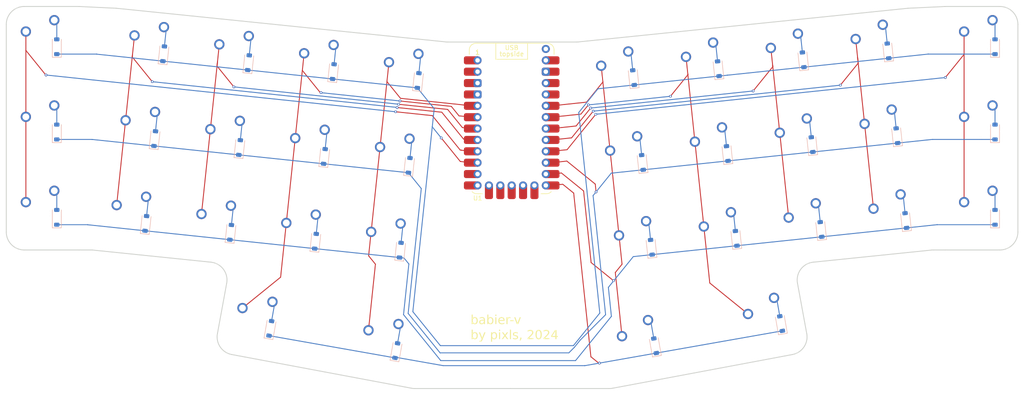
<source format=kicad_pcb>
(kicad_pcb (version 20240108) (generator "pcbnew") (generator_version "8.0")
  (layers (0 "F.Cu" signal) (31 "B.Cu" signal) (34 "B.Paste" user) (35 "F.Paste" user) (36 "B.SilkS" user "B.Silkscreen") (37 "F.SilkS" user "F.Silkscreen") (38 "B.Mask" user) (39 "F.Mask" user) (44 "Edge.Cuts" user))
  (net 0 "")
  (net 1 "Net-(D1-A)")
  (net 2 "Net-(D2-A)")
  (net 3 "Net-(D3-A)")
  (net 4 "Net-(D4-A)")
  (net 5 "Net-(D5-A)")
  (net 6 "Net-(D6-A)")
  (net 7 "Net-(D7-A)")
  (net 8 "Net-(D8-A)")
  (net 9 "Net-(D9-A)")
  (net 10 "Net-(D10-A)")
  (net 11 "Net-(D11-A)")
  (net 12 "Net-(D12-A)")
  (net 13 "Net-(D13-A)")
  (net 14 "Net-(D14-A)")
  (net 15 "/E6")
  (net 16 "Net-(D15-A)")
  (net 17 "Net-(D16-A)")
  (net 18 "/B3")
  (net 19 "/B2")
  (net 20 "Net-(D17-A)")
  (net 21 "/B6")
  (net 22 "Net-(D18-A)")
  (net 23 "/D7")
  (net 24 "Net-(D19-A)")
  (net 25 "Net-(D20-A)")
  (net 26 "/C6")
  (net 27 "Net-(D21-A)")
  (net 28 "/D4")
  (net 29 "Net-(D22-A)")
  (net 30 "/D0")
  (net 31 "Net-(D23-A)")
  (net 32 "/D1")
  (net 33 "Net-(D24-A)")
  (net 34 "/F4")
  (net 35 "Net-(D25-A)")
  (net 36 "/F5")
  (net 37 "Net-(D26-A)")
  (net 38 "/F6")
  (net 39 "/F7")
  (net 40 "Net-(D27-A)")
  (net 41 "Net-(D28-A)")
  (net 42 "/B1")
  (net 43 "Net-(D29-A)")
  (net 44 "Net-(D30-A)")
  (net 45 "Net-(D31-A)")
  (net 46 "Net-(D32-A)")
  (net 47 "Net-(D33-A)")
  (net 48 "Net-(D34-A)")
  (footprint "PCM_marbastlib-mx:SW_MX_1u" (layer "F.Cu") (at 88.043995 71.574115 -6)
    (property "Reference" "SW24" (hide yes))
    (property "Value" "MX_SW_solder")
  )
  (footprint "PCM_marbastlib-mx:SW_MX_1u" (layer "F.Cu") (at 162.878874 73.565382 6)
    (property "Reference" "SW26" (hide yes))
    (property "Value" "MX_SW_solder")
  )
  (footprint "PCM_marbastlib-mx:SW_MX_1u" (layer "F.Cu") (at 108.980903 54.61974 -6)
    (property "Reference" "SW15" (hide yes))
    (property "Value" "MX_SW_solder")
  )
  (footprint "PCM_marbastlib-mx:SW_MX_1u" (layer "F.Cu") (at 239.709255 47.49377)
    (property "Reference" "SW20" (hide yes))
    (property "Value" "MX_SW_solder")
  )
  (footprint "PCM_marbastlib-mx:SW_MX_1u" (layer "F.Cu") (at 179.833249 52.628473 6)
    (property "Reference" "SW17" (hide yes))
    (property "Value" "MX_SW_solder")
  )
  (footprint "PCM_marbastlib-mx:SW_MX_1u" (layer "F.Cu") (at 200.770159 69.582849 6)
    (property "Reference" "SW28" (hide yes))
    (property "Value" "MX_SW_solder")
  )
  (footprint "PCM_marbastlib-mx:SW_MX_1u" (layer "F.Cu") (at 239.709255 28.443768)
    (property "Reference" "SW10" (hide yes))
    (property "Value" "MX_SW_solder")
  )
  (footprint "PCM_marbastlib-mx:SW_MX_1u" (layer "F.Cu") (at 217.724532 48.64594 6)
    (property "Reference" "SW19" (hide yes))
    (property "Value" "MX_SW_solder")
  )
  (footprint "PCM_marbastlib-mx:SW_MX_1u" (layer "F.Cu") (at 191.827297 90.824556 10)
    (property "Reference" "SW34" (hide yes))
    (property "Value" "MX_SW_solder")
  )
  (footprint "PCM_marbastlib-mx:SW_MX_1u" (layer "F.Cu") (at 30.159255 47.493765)
    (property "Reference" "SW11" (hide yes))
    (property "Value" "MX_SW_solder")
  )
  (footprint "PCM_marbastlib-mx:SW_MX_1u" (layer "F.Cu") (at 73.080885 31.691564 -6)
    (property "Reference" "SW3" (hide yes))
    (property "Value" "MX_SW_solder")
  )
  (footprint "PCM_marbastlib-mx:SW_MX_1u" (layer "F.Cu") (at 196.787624 31.691565 6)
    (property "Reference" "SW8" (hide yes))
    (property "Value" "MX_SW_solder")
  )
  (footprint "PCM_marbastlib-mx:SW_MX_1u" (layer "F.Cu") (at 52.143975 48.64594 -6)
    (property "Reference" "SW12" (hide yes))
    (property "Value" "MX_SW_solder")
  )
  (footprint "PCM_marbastlib-mx:SW_MX_1u" (layer "F.Cu") (at 215.733264 29.700297 6)
    (property "Reference" "SW9" (hide yes))
    (property "Value" "MX_SW_solder")
  )
  (footprint "PCM_marbastlib-mx:SW_MX_1u" (layer "F.Cu") (at 50.15271 67.591581 -6)
    (property "Reference" "SW22" (hide yes))
    (property "Value" "MX_SW_solder")
  )
  (footprint "PCM_marbastlib-mx:SW_MX_1u" (layer "F.Cu") (at 106.182093 95.786555 -10)
    (property "Reference" "SW32" (hide yes))
    (property "Value" "MX_SW_solder")
  )
  (footprint "PCM_marbastlib-mx:SW_MX_1u" (layer "F.Cu") (at 54.135244 29.700296 -6)
    (property "Reference" "SW2" (hide yes))
    (property "Value" "MX_SW_solder")
  )
  (footprint "PCM_marbastlib-mx:SW_MX_1u" (layer "F.Cu") (at 181.824517 71.574116 6)
    (property "Reference" "SW27" (hide yes))
    (property "Value" "MX_SW_solder")
  )
  (footprint "PCM_marbastlib-mx:SW_MX_1u" (layer "F.Cu") (at 239.709254 66.543768)
    (property "Reference" "SW30" (hide yes))
    (property "Value" "MX_SW_solder")
  )
  (footprint "PCM_marbastlib-mx:SW_MX_1u" (layer "F.Cu") (at 163.686417 95.786555 10)
    (property "Reference" "SW33" (hide yes))
    (property "Value" "MX_SW_solder")
  )
  (footprint "PCM_marbastlib-mx:SW_MX_1u" (layer "F.Cu") (at 110.97217 35.674098 -6)
    (property "Reference" "SW5" (hide yes))
    (property "Value" "MX_SW_solder")
  )
  (footprint "PCM_marbastlib-mx:SW_MX_1u" (layer "F.Cu") (at 92.026527 33.682827 -6)
    (property "Reference" "SW4" (hide yes))
    (property "Value" "MX_SW_solder")
  )
  (footprint "PCM_marbastlib-mx:SW_MX_1u" (layer "F.Cu") (at 160.887607 54.61974 6)
    (property "Reference" "SW16" (hide yes))
    (property "Value" "MX_SW_solder")
  )
  (footprint "PCM_marbastlib-mx:SW_MX_1u" (layer "F.Cu") (at 219.7158 67.591581 6)
    (property "Reference" "SW29" (hide yes))
    (property "Value" "MX_SW_solder")
  )
  (footprint "PCM_marbastlib-mx:SW_MX_1u" (layer "F.Cu") (at 30.159252 28.443766)
    (property "Reference" "SW1" (hide yes))
    (property "Value" "MX_SW_solder")
  )
  (footprint "PCM_marbastlib-xp-promicroish:Elite-C_ACH" (layer "F.Cu") (at 134.85488 46.303143)
    (property "Reference" "U1")
    (property "Value" "Elite-C")
  )
  (footprint "PCM_marbastlib-mx:SW_MX_1u" (layer "F.Cu") (at 90.035261 52.628473 -6)
    (property "Reference" "SW14" (hide yes))
    (property "Value" "MX_SW_solder")
  )
  (footprint "PCM_marbastlib-mx:SW_MX_1u" (layer "F.Cu") (at 198.778892 50.637209 6)
    (property "Reference" "SW18" (hide yes))
    (property "Value" "MX_SW_solder")
  )
  (footprint "PCM_marbastlib-mx:SW_MX_1u" (layer "F.Cu") (at 71.089618 50.637203 -6)
    (property "Reference" "SW13" (hide yes))
    (property "Value" "MX_SW_solder")
  )
  (footprint "PCM_marbastlib-mx:SW_MX_1u" (layer "F.Cu") (at 106.989639 73.565383 -6)
    (property "Reference" "SW25" (hide yes))
    (property "Value" "MX_SW_solder")
  )
  (footprint "PCM_marbastlib-mx:SW_MX_1u" (layer "F.Cu") (at 78.041212 90.824559 -10)
    (property "Reference" "SW31" (hide yes))
    (property "Value" "MX_SW_solder")
  )
  (footprint "PCM_marbastlib-mx:SW_MX_1u" (layer "F.Cu") (at 69.098353 69.582847 -6)
    (property "Reference" "SW23" (hide yes))
    (property "Value" "MX_SW_solder")
  )
  (footprint "PCM_marbastlib-mx:SW_MX_1u" (layer "F.Cu") (at 158.896341 35.674098 6)
    (property "Reference" "SW6" (hide yes))
    (property "Value" "MX_SW_solder")
  )
  (footprint "PCM_marbastlib-mx:SW_MX_1u" (layer "F.Cu") (at 30.159254 66.543768)
    (property "Reference" "SW21" (hide yes))
    (property "Value" "MX_SW_solder")
  )
  (footprint "PCM_marbastlib-mx:SW_MX_1u" (layer "F.Cu") (at 177.841985 33.682834 6)
    (property "Reference" "SW7" (hide yes))
    (property "Value" "MX_SW_solder")
  )
  (footprint "Diode_SMD:D_SOD-123" (layer "B.Cu") (at 111.970843 55.788658 84)
    (property "Reference" "D15" (hide yes))
    (property "Value" "D_Small")
  )
  (footprint "Diode_SMD:D_SOD-123" (layer "B.Cu") (at 33.254998 29.29375 90)
    (property "Reference" "D1" (hide yes))
    (property "Value" "D_Small")
  )
  (footprint "Diode_SMD:D_SOD-123" (layer "B.Cu") (at 164.05524 55.141472 96)
    (property "Reference" "D16" (hide yes))
    (property "Value" "D_Small")
  )
  (footprint "Diode_SMD:D_SOD-123" (layer "B.Cu") (at 33.255 48.34375 90)
    (property "Reference" "D11" (hide yes))
    (property "Value" "D_Small")
  )
  (footprint "Diode_SMD:D_SOD-123" (layer "B.Cu") (at 222.883434 68.113313 96)
    (property "Reference" "D29" (hide yes))
    (property "Value" "D_Small")
  )
  (footprint "Diode_SMD:D_SOD-123" (layer "B.Cu") (at 183.000883 53.150204 96)
    (property "Reference" "D17" (hide yes))
    (property "Value" "D_Small")
  )
  (footprint "Diode_SMD:D_SOD-123" (layer "B.Cu") (at 33.255001 67.393748 90)
    (property "Reference" "D21" (hide yes))
    (property "Value" "D_Small")
  )
  (footprint "Diode_SMD:D_SOD-123" (layer "B.Cu") (at 109.083206 97.161195 80)
    (property "Reference" "D32" (hide yes))
    (property "Value" "D_Small")
  )
  (footprint "Diode_SMD:D_SOD-123" (layer "B.Cu") (at 242.805 29.29375 90)
    (property "Reference" "D10" (hide yes))
    (property "Value" "D_Small")
  )
  (footprint "Diode_SMD:D_SOD-123" (layer "B.Cu") (at 72.088291 70.751768 84)
    (property "Reference" "D23" (hide yes))
    (property "Value" "D_Small")
  )
  (footprint "Diode_SMD:D_SOD-123" (layer "B.Cu") (at 181.009615 34.204562 96)
    (property "Reference" "D7" (hide yes))
    (property "Value" "D_Small")
  )
  (footprint "Diode_SMD:D_SOD-123" (layer "B.Cu") (at 74.079558 51.806123 84)
    (property "Reference" "D13" (hide yes))
    (property "Value" "D_Small")
  )
  (footprint "Diode_SMD:D_SOD-123" (layer "B.Cu") (at 220.892168 49.167672 96)
    (property "Reference" "D19" (hide yes))
    (property "Value" "D_Small")
  )
  (footprint "Diode_SMD:D_SOD-123" (layer "B.Cu") (at 113.962109 36.843017 84)
    (property "Reference" "D5" (hide yes))
    (property "Value" "D_Small")
  )
  (footprint "Diode_SMD:D_SOD-123" (layer "B.Cu") (at 195.023609 91.124058 100)
    (property "Reference" "D34" (hide yes))
    (property "Value" "D_Small")
  )
  (footprint "Diode_SMD:D_SOD-123" (layer "B.Cu") (at 76.070826 32.860482 84)
    (property "Reference" "D3" (hide yes))
    (property "Value" "D_Small")
  )
  (footprint "Diode_SMD:D_SOD-123" (layer "B.Cu") (at 93.025201 53.79739 84)
    (property "Reference" "D14" (hide yes))
    (property "Value" "D_Small")
  )
  (footprint "Diode_SMD:D_SOD-123" (layer "B.Cu") (at 242.805 48.343748 90)
    (property "Reference" "D20" (hide yes))
    (property "Value" "D_Small")
  )
  (footprint "Diode_SMD:D_SOD-123" (layer "B.Cu") (at 55.133916 49.814858 84)
    (property "Reference" "D12" (hide yes))
    (property "Value" "D_Small")
  )
  (footprint "Diode_SMD:D_SOD-123" (layer "B.Cu") (at 53.142648 68.7605 84)
    (property "Reference" "D22" (hide yes))
    (property "Value" "D_Small")
  )
  (footprint "Diode_SMD:D_SOD-123" (layer "B.Cu") (at 166.046507 74.087116 96)
    (property "Reference" "D26" (hide yes))
    (property "Value" "D_Small")
  )
  (footprint "Diode_SMD:D_SOD-123" (layer "B.Cu") (at 57.125182 30.869215 84)
    (property "Reference" "D2" (hide yes))
    (property "Value" "D_Small")
  )
  (footprint "Diode_SMD:D_SOD-123" (layer "B.Cu") (at 95.016467 34.85175 84)
    (property "Reference" "D4" (hide yes))
    (property "Value" "D_Small")
  )
  (footprint "Diode_SMD:D_SOD-123" (layer "B.Cu") (at 218.900899 30.222029 96)
    (property "Reference" "D9" (hide yes))
    (property "Value" "D_Small")
  )
  (footprint "Diode_SMD:D_SOD-123" (layer "B.Cu") (at 199.955259 32.213296 96)
    (property "Reference" "D8" (hide yes))
    (property "Value" "D_Small")
  )
  (footprint "Diode_SMD:D_SOD-123" (layer "B.Cu") (at 203.937792 70.10458 96)
    (property "Reference" "D28" (hide yes))
    (property "Value" "D_Small")
  )
  (footprint "Diode_SMD:D_SOD-123" (layer "B.Cu") (at 80.942326 92.199195 80)
    (property "Reference" "D31" (hide yes))
    (property "Value" "D_Small")
  )
  (footprint "Diode_SMD:D_SOD-123" (layer "B.Cu") (at 109.979575 74.7343 84)
    (property "Reference" "D25" (hide yes))
    (property "Value" "D_Small")
  )
  (footprint "Diode_SMD:D_SOD-123" (layer "B.Cu") (at 184.992152 72.095845 96)
    (property "Reference" "D27" (hide yes))
    (property "Value" "D_Small")
  )
  (footprint "Diode_SMD:D_SOD-123" (layer "B.Cu") (at 242.804999 67.393749 90)
    (property "Reference" "D30" (hide yes))
    (property "Value" "D_Small")
  )
  (footprint "Diode_SMD:D_SOD-123" (layer "B.Cu") (at 166.882729 96.086049 100)
    (property "Reference" "D33" (hide yes))
    (property "Value" "D_Small")
  )
  (footprint "Diode_SMD:D_SOD-123" (layer "B.Cu") (at 162.063974 36.195829 96)
    (property "Reference" "D6" (hide yes))
    (property "Value" "D_Small")
  )
  (footprint "Diode_SMD:D_SOD-123" (layer "B.Cu") (at 91.033933 72.743034 84)
    (property "Reference" "D24" (hide yes))
    (property "Value" "D_Small")
  )
  (footprint "Diode_SMD:D_SOD-123" (layer "B.Cu") (at 201.946524 51.158938 96)
    (property "Reference" "D18" (hide yes))
    (property "Value" "D_Small")
  )
  (gr_line (start 134.690935 28.246876) (end 120.607163 28.246878) (stroke (width 0.2)) (layer "Edge.Cuts"))
  (gr_arc (start 243.909661 20.309375) (mid 246.73813 21.480942) (end 247.909687 24.3094) (stroke (width 0.2)) (layer "Edge.Cuts"))
  (gr_line (start 223.195543 20.717271) (end 149.687468 28.226161) (stroke (width 0.2)) (layer "Edge.Cuts"))
  (gr_arc (start 113.234558 105.637502) (mid 112.8644 105.620335) (end 112.497418 105.568991) (stroke (width 0.2)) (layer "Edge.Cuts"))
  (gr_line (start 41.231908 74.702119) (end 67.676179 77.414352) (stroke (width 0.2)) (layer "Edge.Cuts"))
  (gr_arc (start 40.823862 74.681251) (mid 41.028151 74.686474) (end 41.231908 74.702119) (stroke (width 0.2)) (layer "Edge.Cuts"))
  (gr_line (start 71.200648 82.124904) (end 69.132749 93.383462) (stroke (width 0.2)) (layer "Edge.Cuts"))
  (gr_line (start 247.909687 70.681199) (end 247.909687 24.3094) (stroke (width 0.2)) (layer "Edge.Cuts"))
  (gr_line (start 120.200717 28.226165) (end 46.692581 20.71727) (stroke (width 0.2)) (layer "Edge.Cuts"))
  (gr_line (start 134.601872 105.6375) (end 156.659786 105.637502) (stroke (width 0.2)) (layer "Edge.Cuts"))
  (gr_line (start 46.692581 20.71727) (end 46.476354 20.701092) (stroke (width 0.2)) (layer "Edge.Cuts"))
  (gr_line (start 231.637811 74.681249) (end 243.909661 74.681252) (stroke (width 0.2)) (layer "Edge.Cuts"))
  (gr_line (start 231.542736 20.313902) (end 223.411769 20.701088) (stroke (width 0.2)) (layer "Edge.Cuts"))
  (gr_line (start 21.978437 24.30938) (end 21.978435 70.695057) (stroke (width 0.2)) (layer "Edge.Cuts"))
  (gr_arc (start 157.390728 105.568985) (mid 157.026831 105.62004) (end 156.659786 105.637502) (stroke (width 0.2)) (layer "Edge.Cuts"))
  (gr_line (start 38.250312 74.68125) (end 40.823862 74.681251) (stroke (width 0.2)) (layer "Edge.Cuts"))
  (gr_arc (start 149.687468 28.226161) (mid 149.484429 28.241695) (end 149.280862 28.246875) (stroke (width 0.2)) (layer "Edge.Cuts"))
  (gr_line (start 38.15513 20.309372) (end 25.978442 20.309374) (stroke (width 0.2)) (layer "Edge.Cuts"))
  (gr_arc (start 228.656159 74.702127) (mid 228.859994 74.686474) (end 229.064362 74.681251) (stroke (width 0.2)) (layer "Edge.Cuts"))
  (gr_arc (start 25.978462 74.681251) (mid 23.1549 73.514559) (end 21.978435 70.695057) (stroke (width 0.2)) (layer "Edge.Cuts"))
  (gr_arc (start 200.755381 93.383506) (mid 200.118231 96.370938) (end 197.558339 98.037556) (stroke (width 0.2)) (layer "Edge.Cuts"))
  (gr_arc (start 198.685861 82.116107) (mid 199.419977 78.993578) (end 202.211948 77.414361) (stroke (width 0.2)) (layer "Edge.Cuts"))
  (gr_arc (start 72.329814 98.037565) (mid 69.769905 96.370909) (end 69.132749 93.383462) (stroke (width 0.2)) (layer "Edge.Cuts"))
  (gr_arc (start 67.676179 77.414352) (mid 70.47086 78.997153) (end 71.200648 82.124904) (stroke (width 0.2)) (layer "Edge.Cuts"))
  (gr_line (start 149.280862 28.246875) (end 134.690935 28.246876) (stroke (width 0.2)) (layer "Edge.Cuts"))
  (gr_line (start 113.234558 105.637502) (end 134.601872 105.6375) (stroke (width 0.2)) (layer "Edge.Cuts"))
  (gr_line (start 202.211944 77.414349) (end 228.656159 74.702127) (stroke (width 0.2)) (layer "Edge.Cuts"))
  (gr_line (start 223.411769 20.701088) (end 223.195543 20.717271) (stroke (width 0.2)) (layer "Edge.Cuts"))
  (gr_line (start 72.329814 98.037565) (end 112.497418 105.568991) (stroke (width 0.2)) (layer "Edge.Cuts"))
  (gr_line (start 243.909661 20.309375) (end 231.732996 20.309375) (stroke (width 0.2)) (layer "Edge.Cuts"))
  (gr_arc (start 120.607163 28.246878) (mid 120.403676 28.241697) (end 120.200717 28.226165) (stroke (width 0.2)) (layer "Edge.Cuts"))
  (gr_arc (start 247.909687 70.681199) (mid 246.738104 73.509632) (end 243.90966 74.681223) (stroke (width 0.2)) (layer "Edge.Cuts"))
  (gr_line (start 38.345387 20.3139) (end 38.15513 20.309372) (stroke (width 0.2)) (layer "Edge.Cuts"))
  (gr_arc (start 21.978437 24.30938) (mid 23.150011 21.48095) (end 25.978442 20.309374) (stroke (width 0.2)) (layer "Edge.Cuts"))
  (gr_line (start 157.390728 105.568985) (end 197.558339 98.037556) (stroke (width 0.2)) (layer "Edge.Cuts"))
  (gr_line (start 25.978462 74.681251) (end 38.250312 74.68125) (stroke (width 0.2)) (layer "Edge.Cuts"))
  (gr_line (start 231.732996 20.309375) (end 231.542736 20.313902) (stroke (width 0.2)) (layer "Edge.Cuts"))
  (gr_line (start 200.755381 93.383506) (end 198.685861 82.116107) (stroke (width 0.2)) (layer "Edge.Cuts"))
  (gr_line (start 46.476354 20.701092) (end 38.345387 20.3139) (stroke (width 0.2)) (layer "Edge.Cuts"))
  (gr_line (start 229.064362 74.681251) (end 231.637811 74.681249) (stroke (width 0.2)) (layer "Edge.Cuts"))
  (gr_text "babier-v\nby pixls, 2024" (at 125.659255 94.943768 0) (layer "F.SilkS") (effects (font (size 2 2) (thickness 0.1)) (justify left bottom)))
  (segment (start 33.255 27.64375) (end 33.255 23.919513) (width 0.2) (layer "B.Cu") (net 1))
  (segment (start 33.255 23.919513) (end 32.699255 23.363768) (width 0.2) (layer "B.Cu") (net 1))
  (segment (start 57.686942 25.524419) (end 57.192334 24.913627) (width 0.2) (layer "B.Cu") (net 2))
  (segment (start 57.297656 29.228259) (end 57.686942 25.524419) (width 0.2) (layer "B.Cu") (net 2))
  (segment (start 76.243297 31.219522) (end 76.632586 27.515687) (width 0.2) (layer "B.Cu") (net 3))
  (segment (start 76.632586 27.515687) (end 76.137976 26.904896) (width 0.2) (layer "B.Cu") (net 3))
  (segment (start 95.578227 29.506957) (end 95.083617 28.896164) (width 0.2) (layer "B.Cu") (net 4))
  (segment (start 95.188939 33.21079) (end 95.578227 29.506957) (width 0.2) (layer "B.Cu") (net 4))
  (segment (start 114.134581 35.202057) (end 114.523872 31.498221) (width 0.2) (layer "B.Cu") (net 5))
  (segment (start 114.523872 31.498221) (end 114.029261 30.887427) (width 0.2) (layer "B.Cu") (net 5))
  (segment (start 161.502211 30.851034) (end 160.891421 30.356425) (width 0.2) (layer "B.Cu") (net 6))
  (segment (start 161.891501 34.554869) (end 161.502211 30.851034) (width 0.2) (layer "B.Cu") (net 6))
  (segment (start 180.447854 28.859766) (end 179.837064 28.365157) (width 0.2) (layer "B.Cu") (net 7))
  (segment (start 180.837143 32.563601) (end 180.447854 28.859766) (width 0.2) (layer "B.Cu") (net 7))
  (segment (start 199.782785 30.572335) (end 199.393497 26.868503) (width 0.2) (layer "B.Cu") (net 8))
  (segment (start 199.393497 26.868503) (end 198.782707 26.373892) (width 0.2) (layer "B.Cu") (net 8))
  (segment (start 218.339137 24.877233) (end 217.728348 24.382623) (width 0.2) (layer "B.Cu") (net 9))
  (segment (start 218.728426 28.58107) (end 218.339137 24.877233) (width 0.2) (layer "B.Cu") (net 9))
  (segment (start 242.805 27.64375) (end 242.804999 23.919512) (width 0.2) (layer "B.Cu") (net 10))
  (segment (start 242.804999 23.919512) (end 242.249255 23.363768) (width 0.2) (layer "B.Cu") (net 10))
  (segment (start 33.254999 42.969509) (end 32.699255 42.413768) (width 0.2) (layer "B.Cu") (net 11))
  (segment (start 33.255 46.69375) (end 33.254999 42.969509) (width 0.2) (layer "B.Cu") (net 11))
  (segment (start 55.306388 48.173898) (end 55.695676 44.470057) (width 0.2) (layer "B.Cu") (net 12))
  (segment (start 55.695676 44.470057) (end 55.201067 43.859268) (width 0.2) (layer "B.Cu") (net 12))
  (segment (start 74.252028 50.165164) (end 74.641317 46.461329) (width 0.2) (layer "B.Cu") (net 13))
  (segment (start 74.641317 46.461329) (end 74.146711 45.850536) (width 0.2) (layer "B.Cu") (net 13))
  (segment (start 93.586959 48.452595) (end 93.092352 47.841804) (width 0.2) (layer "B.Cu") (net 14))
  (segment (start 93.197671 52.156435) (end 93.586959 48.452595) (width 0.2) (layer "B.Cu") (net 14))
  (segment (start 125.934877 55.193142) (end 123.377214 54.924321) (width 0.2) (layer "F.Cu") (net 15))
  (segment (start 123.377214 54.924321) (end 119.120161 49.667298) (width 0.2) (layer "F.Cu") (net 15))
  (via (at 119.120161 49.667298) (size 0.6) (drill 0.3) (layers "F.Cu" "B.Cu") (net 15))
  (segment (start 148.639306 96.057946) (end 118.940528 96.057945) (width 0.2) (layer "B.Cu") (net 15))
  (segment (start 227.909273 30.94375) (end 227.909255 30.943768) (width 0.2) (layer "B.Cu") (net 15))
  (segment (start 56.952709 32.510179) (end 42.16948 30.956399) (width 0.2) (layer "B.Cu") (net 15))
  (segment (start 242.805 30.94375) (end 227.909273 30.94375) (width 0.2) (layer "B.Cu") (net 15))
  (segment (start 117.545675 43.122302) (end 117.117676 47.194435) (width 0.2) (layer "B.Cu") (net 15))
  (segment (start 119.120161 49.667298) (end 117.117676 47.194435) (width 0.2) (layer "B.Cu") (net 15))
  (segment (start 94.799675 36.488051) (end 94.79967 36.48805) (width 0.2) (layer "B.Cu") (net 15))
  (segment (start 162.236445 37.836789) (end 181.182089 35.845523) (width 0.2) (layer "B.Cu") (net 15))
  (segment (start 219.07337 31.862992) (end 227.898945 30.935386) (width 0.2) (layer "B.Cu") (net 15))
  (segment (start 227.898945 30.935386) (end 227.909273 30.94375) (width 0.2) (layer "B.Cu") (net 15))
  (segment (start 112.779745 88.467093) (end 118.867803 95.98522) (width 0.2) (layer "B.Cu") (net 15))
  (segment (start 33.254998 30.94375) (end 42.159237 30.94375) (width 0.2) (layer "B.Cu") (net 15))
  (segment (start 154.118409 38.690033) (end 149.828046 43.988187) (width 0.2) (layer "B.Cu") (net 15))
  (segment (start 183.032549 35.651032) (end 200.127729 33.854256) (width 0.2) (layer "B.Cu") (net 15))
  (segment (start 42.16948 30.956399) (end 42.159237 30.94375) (width 0.2) (layer "B.Cu") (net 15))
  (segment (start 56.95271 32.510175) (end 56.952708 32.510176) (width 0.2) (layer "B.Cu") (net 15))
  (segment (start 42.159237 30.94375) (end 42.159255 30.943768) (width 0.2) (layer "B.Cu") (net 15))
  (segment (start 118.940528 96.057945) (end 118.867803 95.98522) (width 0.2) (layer "B.Cu") (net 15))
  (segment (start 113.789636 38.483981) (end 117.545675 43.122302) (width 0.2) (layer "B.Cu") (net 15))
  (segment (start 183.032548 35.651031) (end 183.032549 35.651032) (width 0.2) (layer "B.Cu") (net 15))
  (segment (start 149.828046 43.988187) (end 154.535513 88.776737) (width 0.2) (layer "B.Cu") (net 15))
  (segment (start 94.843993 36.492713) (end 94.799675 36.488051) (width 0.2) (layer "B.Cu") (net 15))
  (segment (start 75.898354 34.501441) (end 56.95271 32.510175) (width 0.2) (layer "B.Cu") (net 15))
  (segment (start 117.117676 47.194435) (end 112.779745 88.467093) (width 0.2) (layer "B.Cu") (net 15))
  (segment (start 162.236445 37.83679) (end 154.118409 38.690033) (width 0.2) (layer "B.Cu") (net 15))
  (segment (start 181.182089 35.845523) (end 183.032548 35.651031) (width 0.2) (layer "B.Cu") (net 15))
  (segment (start 94.79967 36.48805) (end 75.898354 34.501441) (width 0.2) (layer "B.Cu") (net 15))
  (segment (start 113.789638 38.483978) (end 94.843993 36.492713) (width 0.2) (layer "B.Cu") (net 15))
  (segment (start 154.535513 88.776737) (end 148.639306 96.057946) (width 0.2) (layer "B.Cu") (net 15))
  (segment (start 200.127729 33.854256) (end 219.073373 31.862989) (width 0.2) (layer "B.Cu") (net 15))
  (segment (start 112.532603 50.443863) (end 112.037994 49.833071) (width 0.2) (layer "B.Cu") (net 16))
  (segment (start 112.143316 54.147701) (end 112.532603 50.443863) (width 0.2) (layer "B.Cu") (net 16))
  (segment (start 163.493479 49.796677) (end 162.882689 49.302067) (width 0.2) (layer "B.Cu") (net 17))
  (segment (start 163.882771 53.500511) (end 163.493479 49.796677) (width 0.2) (layer "B.Cu") (net 17))
  (segment (start 153.519363 59.975175) (end 153.702287 61.715588) (width 0.2) (layer "F.Cu") (net 18))
  (segment (start 147.172994 54.835986) (end 153.519363 59.975175) (width 0.2) (layer "F.Cu") (net 18))
  (segment (start 143.774878 55.193143) (end 147.172994 54.835986) (width 0.2) (layer "F.Cu") (net 18))
  (via (at 153.702287 61.715588) (size 0.6) (drill 0.3) (layers "F.Cu" "B.Cu") (net 18))
  (segment (start 201.980414 52.814462) (end 201.980413 52.814463) (width 0.2) (layer "B.Cu") (net 18))
  (segment (start 164.227711 56.782433) (end 157.089536 57.532687) (width 0.2) (layer "B.Cu") (net 18))
  (segment (start 54.961442 51.455823) (end 41.156886 50.004906) (width 0.2) (layer "B.Cu") (net 18))
  (segment (start 228.88073 49.98713) (end 228.888902 49.993748) (width 0.2) (layer "B.Cu") (net 18))
  (segment (start 148.845895 96.438435) (end 147.623353 97.660977) (width 0.2) (layer "B.Cu") (net 18))
  (segment (start 111.798368 57.42962) (end 92.852728 55.438352) (width 0.2) (layer "B.Cu") (net 18))
  (segment (start 115.960428 94.080315) (end 118.896705 97.706317) (width 0.2) (layer "B.Cu") (net 18))
  (segment (start 155.830929 89.143337) (end 150.165895 94.808371) (width 0.2) (layer "B.Cu") (net 18))
  (segment (start 221.064639 50.808633) (end 202.118998 52.799896) (width 0.2) (layer "B.Cu") (net 18))
  (segment (start 153.034794 62.539876) (end 155.830929 89.143337) (width 0.2) (layer "B.Cu") (net 18))
  (segment (start 183.173354 54.791166) (end 164.227712 56.782432) (width 0.2) (layer "B.Cu") (net 18))
  (segment (start 201.980413 52.814463) (end 183.173354 54.791166) (width 0.2) (layer "B.Cu") (net 18))
  (segment (start 150.165895 94.808371) (end 148.845895 96.438435) (width 0.2) (layer "B.Cu") (net 18))
  (segment (start 111.79837 57.429622) (end 114.664414 60.968892) (width 0.2) (layer "B.Cu") (net 18))
  (segment (start 221.06464 50.808634) (end 228.88073 49.98713) (width 0.2) (layer "B.Cu") (net 18))
  (segment (start 73.494524 53.403724) (end 54.961444 51.455819) (width 0.2) (layer "B.Cu") (net 18))
  (segment (start 242.805 49.993746) (end 228.888902 49.993748) (width 0.2) (layer "B.Cu") (net 18))
  (segment (start 202.118998 52.799896) (end 202.118996 52.799899) (width 0.2) (layer "B.Cu") (net 18))
  (segment (start 111.732959 88.859826) (end 115.960428 94.080315) (width 0.2) (layer "B.Cu") (net 18))
  (segment (start 147.623353 97.660977) (end 118.881089 97.660977) (width 0.2) (layer "B.Cu") (net 18))
  (segment (start 41.147851 49.99375) (end 41.159255 50.005154) (width 0.2) (layer "B.Cu") (net 18))
  (segment (start 114.664414 60.968892) (end 111.732959 88.859826) (width 0.2) (layer "B.Cu") (net 18))
  (segment (start 202.118996 52.799899) (end 201.980414 52.814462) (width 0.2) (layer "B.Cu") (net 18))
  (segment (start 92.852728 55.438352) (end 73.907084 53.447086) (width 0.2) (layer "B.Cu") (net 18))
  (segment (start 157.089536 57.532687) (end 153.702287 61.715588) (width 0.2) (layer "B.Cu") (net 18))
  (segment (start 41.156886 50.004906) (end 41.147851 49.99375) (width 0.2) (layer "B.Cu") (net 18))
  (segment (start 73.494523 53.403723) (end 73.494524 53.403724) (width 0.2) (layer "B.Cu") (net 18))
  (segment (start 33.255001 49.99375) (end 41.147851 49.99375) (width 0.2) (layer "B.Cu") (net 18))
  (segment (start 153.702287 61.715588) (end 153.034794 62.539876) (width 0.2) (layer "B.Cu") (net 18))
  (segment (start 73.907084 53.447086) (end 73.494523 53.403723) (width 0.2) (layer "B.Cu") (net 18))
  (segment (start 143.774881 57.733146) (end 145.971205 57.502303) (width 0.2) (layer "F.Cu") (net 19))
  (segment (start 150.915089 61.50578) (end 152.596413 77.502519) (width 0.2) (layer "F.Cu") (net 19))
  (segment (start 152.596413 77.502519) (end 157.586264 81.54322) (width 0.2) (layer "F.Cu") (net 19))
  (segment (start 145.971205 57.502303) (end 150.915089 61.50578) (width 0.2) (layer "F.Cu") (net 19))
  (via (at 157.586264 81.54322) (size 0.6) (drill 0.3) (layers "F.Cu" "B.Cu") (net 19))
  (segment (start 157.126345 89.509937) (end 149.116405 99.401391) (width 0.2) (layer "B.Cu") (net 19))
  (segment (start 52.970177 70.401459) (end 71.915818 72.392725) (width 0.2) (layer "B.Cu") (net 19))
  (segment (start 166.218979 75.728075) (end 185.16462 73.736808) (width 0.2) (layer "B.Cu") (net 19))
  (segment (start 90.861461 74.383995) (end 109.807102 76.375262) (width 0.2) (layer "B.Cu") (net 19))
  (segment (start 185.164622 73.736806) (end 204.110263 71.74554) (width 0.2) (layer "B.Cu") (net 19))
  (segment (start 185.16462 73.736808) (end 185.164622 73.736806) (width 0.2) (layer "B.Cu") (net 19))
  (segment (start 52.970173 70.401463) (end 40.169199 69.056028) (width 0.2) (layer "B.Cu") (net 19))
  (segment (start 223.055904 69.754275) (end 229.877642 69.037282) (width 0.2) (layer "B.Cu") (net 19))
  (segment (start 33.255001 69.043748) (end 40.159256 69.043747) (width 0.2) (layer "B.Cu") (net 19))
  (segment (start 156.44691 83.045545) (end 157.126345 89.509937) (width 0.2) (layer "B.Cu") (net 19))
  (segment (start 71.915818 72.392725) (end 71.915817 72.392728) (width 0.2) (layer "B.Cu") (net 19))
  (segment (start 110.80703 76.480361) (end 109.807102 76.375264) (width 0.2) (layer "B.Cu") (net 19))
  (segment (start 204.110263 71.74554) (end 204.110262 71.745542) (width 0.2) (layer "B.Cu") (net 19))
  (segment (start 40.169199 69.056028) (end 40.159256 69.043747) (width 0.2) (layer "B.Cu") (net 19))
  (segment (start 118.988453 99.364571) (end 110.699239 89.128243) (width 0.2) (layer "B.Cu") (net 19))
  (segment (start 162.01464 76.169971) (end 156.44691 83.045545) (width 0.2) (layer "B.Cu") (net 19))
  (segment (start 229.877642 69.037282) (end 229.885629 69.04375) (width 0.2) (layer "B.Cu") (net 19))
  (segment (start 119.025273 99.401391) (end 118.988453 99.364571) (width 0.2) (layer "B.Cu") (net 19))
  (segment (start 242.804999 69.04375) (end 229.885629 69.04375) (width 0.2) (layer "B.Cu") (net 19))
  (segment (start 71.915817 72.392728) (end 90.861461 74.383995) (width 0.2) (layer "B.Cu") (net 19))
  (segment (start 109.807102 76.375262) (end 109.807103 76.375263) (width 0.2) (layer "B.Cu") (net 19))
  (segment (start 149.116405 99.401391) (end 119.025273 99.401391) (width 0.2) (layer "B.Cu") (net 19))
  (segment (start 166.218977 75.728078) (end 162.01464 76.169971) (width 0.2) (layer "B.Cu") (net 19))
  (segment (start 204.110262 71.745542) (end 223.055906 69.754273) (width 0.2) (layer "B.Cu") (net 19))
  (segment (start 111.88825 77.815557) (end 110.80703 76.480361) (width 0.2) (layer "B.Cu") (net 19))
  (segment (start 110.699239 89.128243) (end 111.88825 77.815557) (width 0.2) (layer "B.Cu") (net 19))
  (segment (start 182.43912 47.805411) (end 181.828332 47.310799) (width 0.2) (layer "B.Cu") (net 20))
  (segment (start 182.828412 51.509243) (end 182.43912 47.805411) (width 0.2) (layer "B.Cu") (net 20))
  (segment (start 143.77488 60.273143) (end 146.261193 60.011822) (width 0.2) (layer "F.Cu") (net 21))
  (segment (start 154.310689 99.968133) (end 154.453315 99.953142) (width 0.2) (layer "F.Cu") (net 21))
  (segment (start 152.544967 98.53828) (end 154.310689 99.968133) (width 0.2) (layer "F.Cu") (net 21))
  (segment (start 148.703546 61.989601) (end 152.544967 98.53828) (width 0.2) (layer "F.Cu") (net 21))
  (segment (start 146.261193 60.011822) (end 148.703546 61.989601) (width 0.2) (layer "F.Cu") (net 21))
  (via (at 154.453315 99.953142) (size 0.6) (drill 0.3) (layers "F.Cu" "B.Cu") (net 21))
  (segment (start 167.169253 97.710985) (end 167.169248 97.710983) (width 0.2) (layer "B.Cu") (net 21))
  (segment (start 108.796688 98.786126) (end 108.796689 98.786129) (width 0.2) (layer "B.Cu") (net 21))
  (segment (start 119.56268 100.525972) (end 151.151253 100.525972) (width 0.2) (layer "B.Cu") (net 21))
  (segment (start 167.169248 97.710982) (end 154.453315 99.953142) (width 0.2) (layer "B.Cu") (net 21))
  (segment (start 151.151253 100.525972) (end 151.159255 100.533974) (width 0.2) (layer "B.Cu") (net 21))
  (segment (start 154.453315 99.953142) (end 151.159255 100.533974) (width 0.2) (layer "B.Cu") (net 21))
  (segment (start 108.796686 98.786128) (end 108.977502 98.659519) (width 0.2) (layer "B.Cu") (net 21))
  (segment (start 80.655808 93.824129) (end 108.796688 98.786126) (width 0.2) (layer "B.Cu") (net 21))
  (segment (start 108.977502 98.659519) (end 119.56268 100.525972) (width 0.2) (layer "B.Cu") (net 21))
  (segment (start 195.31013 92.748989) (end 167.169253 97.710985) (width 0.2) (layer "B.Cu") (net 21))
  (segment (start 201.384765 45.814141) (end 200.773973 45.319532) (width 0.2) (layer "B.Cu") (net 22))
  (segment (start 201.774052 49.517977) (end 201.384765 45.814141) (width 0.2) (layer "B.Cu") (net 22))
  (segment (start 26.349255 30.112977) (end 30.799222 35.608229) (width 0.2) (layer "F.Cu") (net 23))
  (segment (start 123.61532 52.409347) (end 125.934879 52.653143) (width 0.2) (layer "F.Cu") (net 23))
  (segment (start 26.349255 44.953767) (end 26.349258 64.003768) (width 0.2) (layer "F.Cu") (net 23))
  (segment (start 26.349255 30.112977) (end 26.349255 44.953767) (width 0.2) (layer "F.Cu") (net 23))
  (segment (start 123.360321 52.375351) (end 123.608951 52.401484) (width 0.2) (layer "F.Cu") (net 23))
  (segment (start 108.925561 43.819638) (end 117.130367 44.681997) (width 0.2) (layer "F.Cu") (net 23))
  (segment (start 30.799222 35.608229) (end 30.855592 35.614154) (width 0.2) (layer "F.Cu") (net 23))
  (segment (start 117.130367 44.681997) (end 123.360321 52.375351) (width 0.2) (layer "F.Cu") (net 23))
  (segment (start 123.608951 52.401484) (end 123.61532 52.409347) (width 0.2) (layer "F.Cu") (net 23))
  (segment (start 26.349255 25.903765) (end 26.349255 30.112977) (width 0.2) (layer "F.Cu") (net 23))
  (via (at 108.925561 43.819638) (size 0.6) (drill 0.3) (layers "F.Cu" "B.Cu") (net 23))
  (via (at 30.855592 35.614154) (size 0.6) (drill 0.3) (layers "F.Cu" "B.Cu") (net 23))
  (segment (start 30.855592 35.614154) (end 108.925561 43.819638) (width 0.2) (layer "B.Cu") (net 23))
  (segment (start 220.330406 43.822867) (end 219.719615 43.328264) (width 0.2) (layer "B.Cu") (net 24))
  (segment (start 220.719696 47.52671) (end 220.330406 43.822867) (width 0.2) (layer "B.Cu") (net 24))
  (segment (start 242.805 46.69375) (end 242.804999 42.969514) (width 0.2) (layer "B.Cu") (net 25))
  (segment (start 242.804999 42.969514) (end 242.249254 42.41377) (width 0.2) (layer "B.Cu") (net 25))
  (segment (start 48.620351 45.721601) (end 46.629085 64.66724) (width 0.2) (layer "F.Cu") (net 26))
  (segment (start 50.106869 31.578306) (end 54.580016 37.102183) (width 0.2) (layer "F.Cu") (net 26))
  (segment (start 109.268054 42.874694) (end 119.245684 43.923384) (width 0.2) (layer "F.Cu") (net 26))
  (segment (start 119.245684 43.923384) (end 124.102052 49.920499) (width 0.2) (layer "F.Cu") (net 26))
  (segment (start 50.156409 31.106947) (end 50.106869 31.578306) (width 0.2) (layer "F.Cu") (net 26))
  (segment (start 50.611616 26.775958) (end 50.156409 31.106947) (width 0.2) (layer "F.Cu") (net 26))
  (segment (start 124.102052 49.920499) (end 125.934879 50.113139) (width 0.2) (layer "F.Cu") (net 26))
  (segment (start 50.156409 31.106947) (end 48.620351 45.721601) (width 0.2) (layer "F.Cu") (net 26))
  (via (at 109.268054 42.874694) (size 0.6) (drill 0.3) (layers "F.Cu" "B.Cu") (net 26))
  (via (at 54.580016 37.102183) (size 0.6) (drill 0.3) (layers "F.Cu" "B.Cu") (net 26))
  (segment (start 109.277019 42.867433) (end 109.268054 42.874694) (width 0.2) (layer "B.Cu") (net 26))
  (segment (start 109.27872 42.851248) (end 109.277019 42.867433) (width 0.2) (layer "B.Cu") (net 26))
  (segment (start 54.580016 37.102183) (end 109.27872 42.851248) (width 0.2) (layer "B.Cu") (net 26))
  (segment (start 33.255001 65.74375) (end 33.255 62.019513) (width 0.2) (layer "B.Cu") (net 27))
  (segment (start 33.255 62.019513) (end 32.699254 61.463767) (width 0.2) (layer "B.Cu") (net 27))
  (segment (start 67.565992 47.71287) (end 65.574725 66.658507) (width 0.2) (layer "F.Cu") (net 28))
  (segment (start 123.8429 47.353267) (end 125.934879 47.573143) (width 0.2) (layer "F.Cu") (net 28))
  (segment (start 69.154319 32.600954) (end 69.047286 33.619302) (width 0.2) (layer "F.Cu") (net 28))
  (segment (start 69.154319 32.600954) (end 67.565992 47.71287) (width 0.2) (layer "F.Cu") (net 28))
  (segment (start 109.599336 42.146506) (end 120.559377 43.298453) (width 0.2) (layer "F.Cu") (net 28))
  (segment (start 69.047286 33.619302) (end 72.808437 38.263936) (width 0.2) (layer "F.Cu") (net 28))
  (segment (start 69.55726 28.767226) (end 69.154319 32.600954) (width 0.2) (layer "F.Cu") (net 28))
  (segment (start 120.559377 43.298453) (end 123.8429 47.353267) (width 0.2) (layer "F.Cu") (net 28))
  (via (at 72.808437 38.263936) (size 0.6) (drill 0.3) (layers "F.Cu" "B.Cu") (net 28))
  (via (at 109.599336 42.146506) (size 0.6) (drill 0.3) (layers "F.Cu" "B.Cu") (net 28))
  (segment (start 72.808437 38.263936) (end 109.585448 42.129355) (width 0.2) (layer "B.Cu") (net 28))
  (segment (start 109.585448 42.129355) (end 109.599336 42.146506) (width 0.2) (layer "B.Cu") (net 28))
  (segment (start 53.315121 67.119535) (end 53.704412 63.415706) (width 0.2) (layer "B.Cu") (net 29))
  (segment (start 53.704412 63.415706) (end 53.2098 62.804911) (width 0.2) (layer "B.Cu") (net 29))
  (segment (start 84.52037 68.649776) (end 83.247039 80.764718) (width 0.2) (layer "F.Cu") (net 30))
  (segment (start 121.370698 42.614946) (end 123.086486 44.733767) (width 0.2) (layer "F.Cu") (net 30))
  (segment (start 88.099959 34.592221) (end 92.104931 39.537948) (width 0.2) (layer "F.Cu") (net 30))
  (segment (start 88.099959 34.592221) (end 88.502901 30.758492) (width 0.2) (layer "F.Cu") (net 30))
  (segment (start 86.511634 49.704132) (end 86.511635 49.704136) (width 0.2) (layer "F.Cu") (net 30))
  (segment (start 92.104931 39.537948) (end 92.28001 39.556349) (width 0.2) (layer "F.Cu") (net 30))
  (segment (start 109.913418 41.410737) (end 121.370698 42.614946) (width 0.2) (layer "F.Cu") (net 30))
  (segment (start 123.086486 44.733767) (end 125.93488 45.033146) (width 0.2) (layer "F.Cu") (net 30))
  (segment (start 84.520368 68.649777) (end 84.520369 68.649777) (width 0.2) (layer "F.Cu") (net 30))
  (segment (start 86.511635 49.704136) (end 84.520368 68.649777) (width 0.2) (layer "F.Cu") (net 30))
  (segment (start 83.247039 80.764718) (end 74.730162 87.661548) (width 0.2) (layer "F.Cu") (net 30))
  (segment (start 88.099959 34.592221) (end 86.511634 49.704132) (width 0.2) (layer "F.Cu") (net 30))
  (via (at 109.913418 41.410737) (size 0.6) (drill 0.3) (layers "F.Cu" "B.Cu") (net 30))
  (via (at 92.28001 39.556349) (size 0.6) (drill 0.3) (layers "F.Cu" "B.Cu") (net 30))
  (segment (start 92.28001 39.556349) (end 109.912494 41.409598) (width 0.2) (layer "B.Cu") (net 30))
  (segment (start 109.912494 41.409598) (end 109.913418 41.410737) (width 0.2) (layer "B.Cu") (net 30))
  (segment (start 72.260764 69.110808) (end 72.650055 65.40697) (width 0.2) (layer "B.Cu") (net 31))
  (segment (start 72.650055 65.40697) (end 72.155442 64.796179) (width 0.2) (layer "B.Cu") (net 31))
  (segment (start 106.993337 37.080749) (end 105.457276 51.695401) (width 0.2) (layer "F.Cu") (net 32))
  (segment (start 102.903774 75.990384) (end 104.422181 77.865459) (width 0.2) (layer "F.Cu") (net 32))
  (segment (start 105.457274 51.695402) (end 103.466008 70.641044) (width 0.2) (layer "F.Cu") (net 32))
  (segment (start 110.021816 40.82061) (end 125.934879 42.49314) (width 0.2) (layer "F.Cu") (net 32))
  (segment (start 104.422181 77.865459) (end 102.871043 92.623543) (width 0.2) (layer "F.Cu") (net 32))
  (segment (start 103.466011 70.641046) (end 102.903774 75.990384) (width 0.2) (layer "F.Cu") (net 32))
  (segment (start 105.457276 51.695401) (end 105.457274 51.695402) (width 0.2) (layer "F.Cu") (net 32))
  (segment (start 107.448543 32.749757) (end 106.993337 37.080749) (width 0.2) (layer "F.Cu") (net 32))
  (segment (start 106.993337 37.080749) (end 110.021816 40.82061) (width 0.2) (layer "F.Cu") (net 32))
  (segment (start 91.206405 71.102074) (end 91.595691 67.398235) (width 0.2) (layer "B.Cu") (net 33))
  (segment (start 91.595691 67.398235) (end 91.101085 66.787446) (width 0.2) (layer "B.Cu") (net 33))
  (segment (start 158.824243 71.437551) (end 159.500359 77.870347) (width 0.2) (layer "F.Cu") (net 34))
  (segment (start 151.57814 41.672991) (end 143.774881 42.493146) (width 0.2) (layer "F.Cu") (net 34))
  (segment (start 155.22281 37.172199) (end 156.832977 52.491905) (width 0.2) (layer "F.Cu") (net 34))
  (segment (start 157.998469 79.725026) (end 159.500359 77.870347) (width 0.2) (layer "F.Cu") (net 34))
  (segment (start 155.22281 37.172199) (end 151.57814 41.672991) (width 0.2) (layer "F.Cu") (net 34))
  (segment (start 154.841709 33.546265) (end 155.22281 37.172199) (width 0.2) (layer "F.Cu") (net 34))
  (segment (start 156.832976 52.491907) (end 158.824243 71.437553) (width 0.2) (layer "F.Cu") (net 34))
  (segment (start 159.493231 93.946743) (end 157.998469 79.725026) (width 0.2) (layer "F.Cu") (net 34))
  (segment (start 156.832977 52.491905) (end 156.832976 52.491907) (width 0.2) (layer "F.Cu") (net 34))
  (segment (start 110.541337 69.389502) (end 110.046732 68.778716) (width 0.2) (layer "B.Cu") (net 35))
  (segment (start 110.152048 73.093336) (end 110.541337 69.389502) (width 0.2) (layer "B.Cu") (net 35))
  (segment (start 187.634113 88.984745) (end 179.096839 82.071396) (width 0.2) (layer "F.Cu") (net 36))
  (segment (start 174.207371 35.551215) (end 174.194584 35.429562) (width 0.2) (layer "F.Cu") (net 36))
  (segment (start 150.310142 44.34626) (end 151.975539 42.289666) (width 0.2) (layer "F.Cu") (net 36))
  (segment (start 174.194584 35.429562) (end 175.778621 50.500639) (width 0.2) (layer "F.Cu") (net 36))
  (segment (start 170.311269 40.362503) (end 174.207371 35.551215) (width 0.2) (layer "F.Cu") (net 36))
  (segment (start 143.77488 45.033141) (end 150.310142 44.34626) (width 0.2) (layer "F.Cu") (net 36))
  (segment (start 173.78735 31.555001) (end 174.194584 35.429562) (width 0.2) (layer "F.Cu") (net 36))
  (segment (start 175.778621 50.500639) (end 177.769885 69.44628) (width 0.2) (layer "F.Cu") (net 36))
  (segment (start 179.096839 82.071396) (end 177.769888 69.446284) (width 0.2) (layer "F.Cu") (net 36))
  (via (at 170.311269 40.362503) (size 0.6) (drill 0.3) (layers "F.Cu" "B.Cu") (net 36))
  (via (at 151.975539 42.289666) (size 0.6) (drill 0.3) (layers "F.Cu" "B.Cu") (net 36))
  (segment (start 170.311269 40.362503) (end 152.070775 42.279656) (width 0.2) (layer "B.Cu") (net 36))
  (segment (start 165.484746 68.742318) (end 164.873954 68.247708) (width 0.2) (layer "B.Cu") (net 37))
  (segment (start 165.874037 72.446152) (end 165.484746 68.742318) (width 0.2) (layer "B.Cu") (net 37))
  (segment (start 143.77488 47.573141) (end 149.242172 46.998505) (width 0.2) (layer "F.Cu") (net 38))
  (segment (start 193.140227 33.438296) (end 192.732993 29.56373) (width 0.2) (layer "F.Cu") (net 38))
  (segment (start 194.724261 48.509375) (end 193.140227 33.438296) (width 0.2) (layer "F.Cu") (net 38))
  (segment (start 149.242172 46.998505) (end 152.488271 42.989907) (width 0.2) (layer "F.Cu") (net 38))
  (segment (start 196.715528 67.455017) (end 194.724261 48.509375) (width 0.2) (layer "F.Cu") (net 38))
  (segment (start 188.78832 39.174618) (end 193.173919 33.758853) (width 0.2) (layer "F.Cu") (net 38))
  (segment (start 193.173919 33.758853) (end 193.140227 33.438296) (width 0.2) (layer "F.Cu") (net 38))
  (via (at 188.78832 39.174618) (size 0.6) (drill 0.3) (layers "F.Cu" "B.Cu") (net 38))
  (via (at 152.488271 42.989907) (size 0.6) (drill 0.3) (layers "F.Cu" "B.Cu") (net 38))
  (segment (start 188.78832 39.174618) (end 152.488271 42.989907) (width 0.2) (layer "B.Cu") (net 38))
  (segment (start 212.244994 32.961014) (end 208.259893 37.882204) (width 0.2) (layer "F.Cu") (net 39))
  (segment (start 212.112 31.695659) (end 212.244994 32.961014) (width 0.2) (layer "F.Cu") (net 39))
  (segment (start 213.669899 46.518109) (end 215.66117 65.463748) (width 0.2) (layer "F.Cu") (net 39))
  (segment (start 212.112 31.695659) (end 213.669899 46.518109) (width 0.2) (layer "F.Cu") (net 39))
  (segment (start 143.774881 50.113145) (end 148.23712 49.644146) (width 0.2) (layer "F.Cu") (net 39))
  (segment (start 211.678635 27.572462) (end 212.112 31.695659) (width 0.2) (layer "F.Cu") (net 39))
  (segment (start 148.23712 49.644146) (end 153.063928 43.683534) (width 0.2) (layer "F.Cu") (net 39))
  (via (at 153.063928 43.683534) (size 0.6) (drill 0.3) (layers "F.Cu" "B.Cu") (net 39))
  (via (at 208.259893 37.882204) (size 0.6) (drill 0.3) (layers "F.Cu" "B.Cu") (net 39))
  (segment (start 208.259893 37.882204) (end 153.063928 43.683534) (width 0.2) (layer "B.Cu") (net 39))
  (segment (start 184.43039 66.751053) (end 183.819598 66.256443) (width 0.2) (layer "B.Cu") (net 40))
  (segment (start 184.819681 70.454886) (end 184.43039 66.751053) (width 0.2) (layer "B.Cu") (net 40))
  (segment (start 203.765322 68.463618) (end 203.37603 64.759783) (width 0.2) (layer "B.Cu") (net 41))
  (segment (start 203.37603 64.759783) (end 202.76524 64.265174) (width 0.2) (layer "B.Cu") (net 41))
  (segment (start 235.903224 30.992926) (end 235.899254 30.955157) (width 0.2) (layer "F.Cu") (net 42))
  (segment (start 235.899255 25.903768) (end 235.899254 30.955157) (width 0.2) (layer "F.Cu") (net 42))
  (segment (start 235.899254 44.953768) (end 235.899254 30.955157) (width 0.2) (layer "F.Cu") (net 42))
  (segment (start 143.77488 52.653143) (end 147.232076 52.289774) (width 0.2) (layer "F.Cu") (net 42))
  (segment (start 231.709554 36.171677) (end 235.903224 30.992926) (width 0.2) (layer "F.Cu") (net 42))
  (segment (start 235.899255 64.003768) (end 235.899254 44.953768) (width 0.2) (layer "F.Cu") (net 42))
  (segment (start 147.232076 52.289774) (end 153.639585 44.377161) (width 0.2) (layer "F.Cu") (net 42))
  (via (at 231.709554 36.171677) (size 0.6) (drill 0.3) (layers "F.Cu" "B.Cu") (net 42))
  (via (at 153.639585 44.377161) (size 0.6) (drill 0.3) (layers "F.Cu" "B.Cu") (net 42))
  (segment (start 231.709554 36.171677) (end 153.639585 44.377161) (width 0.2) (layer "B.Cu") (net 42))
  (segment (start 222.321674 62.768518) (end 221.710882 62.273905) (width 0.2) (layer "B.Cu") (net 43))
  (segment (start 222.710962 66.472352) (end 222.321674 62.768518) (width 0.2) (layer "B.Cu") (net 43))
  (segment (start 242.805 62.019513) (end 242.249255 61.463769) (width 0.2) (layer "B.Cu") (net 44))
  (segment (start 242.805 65.743752) (end 242.805 62.019513) (width 0.2) (layer "B.Cu") (net 44))
  (segment (start 81.228848 90.574264) (end 81.875555 86.906609) (width 0.2) (layer "B.Cu") (net 45))
  (segment (start 81.875555 86.906609) (end 81.424756 86.262801) (width 0.2) (layer "B.Cu") (net 45))
  (segment (start 110.016437 91.868605) (end 109.565638 91.224797) (width 0.2) (layer "B.Cu") (net 46))
  (segment (start 109.369729 95.536259) (end 110.016437 91.868605) (width 0.2) (layer "B.Cu") (net 46))
  (segment (start 165.949502 90.79346) (end 165.305696 90.342665) (width 0.2) (layer "B.Cu") (net 47))
  (segment (start 166.596209 94.461119) (end 165.949502 90.79346) (width 0.2) (layer "B.Cu") (net 47))
  (segment (start 194.737091 89.499125) (end 194.090385 85.831466) (width 0.2) (layer "B.Cu") (net 48))
  (segment (start 194.090385 85.831466) (end 193.446579 85.380669) (width 0.2) (layer "B.Cu") (net 48))
)
</source>
